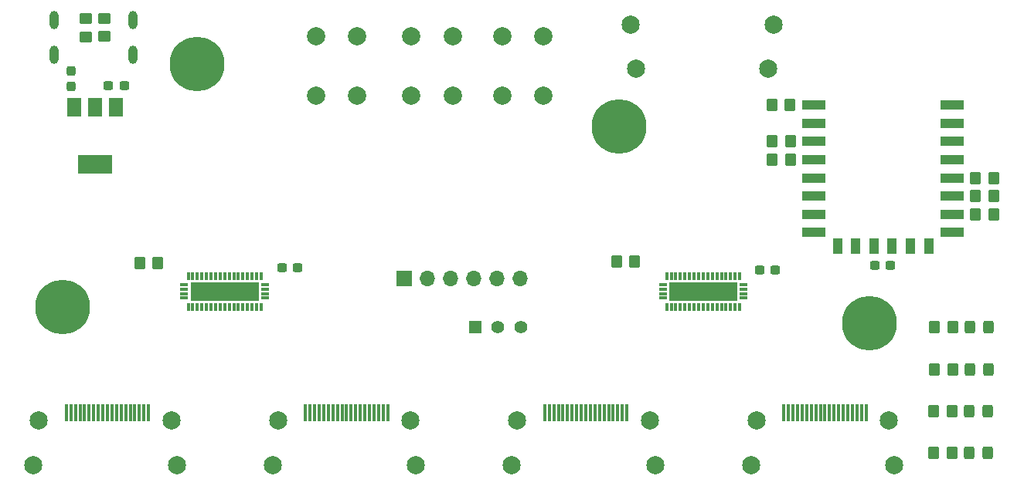
<source format=gbr>
%TF.GenerationSoftware,KiCad,Pcbnew,(6.0.6)*%
%TF.CreationDate,2022-07-25T23:31:34-07:00*%
%TF.ProjectId,HDMI-MUX,48444d49-2d4d-4555-982e-6b696361645f,rev?*%
%TF.SameCoordinates,Original*%
%TF.FileFunction,Soldermask,Top*%
%TF.FilePolarity,Negative*%
%FSLAX46Y46*%
G04 Gerber Fmt 4.6, Leading zero omitted, Abs format (unit mm)*
G04 Created by KiCad (PCBNEW (6.0.6)) date 2022-07-25 23:31:34*
%MOMM*%
%LPD*%
G01*
G04 APERTURE LIST*
G04 Aperture macros list*
%AMRoundRect*
0 Rectangle with rounded corners*
0 $1 Rounding radius*
0 $2 $3 $4 $5 $6 $7 $8 $9 X,Y pos of 4 corners*
0 Add a 4 corners polygon primitive as box body*
4,1,4,$2,$3,$4,$5,$6,$7,$8,$9,$2,$3,0*
0 Add four circle primitives for the rounded corners*
1,1,$1+$1,$2,$3*
1,1,$1+$1,$4,$5*
1,1,$1+$1,$6,$7*
1,1,$1+$1,$8,$9*
0 Add four rect primitives between the rounded corners*
20,1,$1+$1,$2,$3,$4,$5,0*
20,1,$1+$1,$4,$5,$6,$7,0*
20,1,$1+$1,$6,$7,$8,$9,0*
20,1,$1+$1,$8,$9,$2,$3,0*%
G04 Aperture macros list end*
%ADD10R,0.300000X1.900000*%
%ADD11C,1.995000*%
%ADD12RoundRect,0.250000X-0.350000X-0.450000X0.350000X-0.450000X0.350000X0.450000X-0.350000X0.450000X0*%
%ADD13RoundRect,0.237500X0.237500X-0.300000X0.237500X0.300000X-0.237500X0.300000X-0.237500X-0.300000X0*%
%ADD14RoundRect,0.250000X0.350000X0.450000X-0.350000X0.450000X-0.350000X-0.450000X0.350000X-0.450000X0*%
%ADD15RoundRect,0.250000X-0.450000X0.350000X-0.450000X-0.350000X0.450000X-0.350000X0.450000X0.350000X0*%
%ADD16RoundRect,0.237500X0.300000X0.237500X-0.300000X0.237500X-0.300000X-0.237500X0.300000X-0.237500X0*%
%ADD17RoundRect,0.250000X0.325000X0.450000X-0.325000X0.450000X-0.325000X-0.450000X0.325000X-0.450000X0*%
%ADD18C,6.000000*%
%ADD19R,1.700000X1.700000*%
%ADD20O,1.700000X1.700000*%
%ADD21C,2.000000*%
%ADD22RoundRect,0.008100X-0.126900X0.421900X-0.126900X-0.421900X0.126900X-0.421900X0.126900X0.421900X0*%
%ADD23RoundRect,0.008100X-0.421900X-0.126900X0.421900X-0.126900X0.421900X0.126900X-0.421900X0.126900X0*%
%ADD24R,7.550000X2.050000*%
%ADD25C,0.400000*%
%ADD26RoundRect,0.237500X-0.300000X-0.237500X0.300000X-0.237500X0.300000X0.237500X-0.300000X0.237500X0*%
%ADD27R,2.500000X1.000000*%
%ADD28R,1.000000X1.800000*%
%ADD29R,1.408000X1.408000*%
%ADD30C,1.408000*%
%ADD31R,1.500000X2.000000*%
%ADD32R,3.800000X2.000000*%
%ADD33O,1.000000X2.000000*%
G04 APERTURE END LIST*
D10*
%TO.C,J6*%
X57175250Y-62355000D03*
X56675250Y-62355000D03*
X56175250Y-62355000D03*
X55675250Y-62355000D03*
X55175250Y-62355000D03*
X54675250Y-62355000D03*
X54175250Y-62355000D03*
X53675250Y-62355000D03*
X53175250Y-62355000D03*
X52675250Y-62355000D03*
X52175250Y-62355000D03*
X51675250Y-62355000D03*
X51175250Y-62355000D03*
X50675250Y-62355000D03*
X50175250Y-62355000D03*
X49675250Y-62355000D03*
X49175250Y-62355000D03*
X48675250Y-62355000D03*
X48175250Y-62355000D03*
D11*
X59675250Y-63255000D03*
X45175250Y-63255000D03*
X44575250Y-68155000D03*
X60275250Y-68155000D03*
%TD*%
D12*
%TO.C,R12*%
X121596250Y-40630000D03*
X123596250Y-40630000D03*
%TD*%
D10*
%TO.C,J7*%
X30975250Y-62355000D03*
X30475250Y-62355000D03*
X29975250Y-62355000D03*
X29475250Y-62355000D03*
X28975250Y-62355000D03*
X28475250Y-62355000D03*
X27975250Y-62355000D03*
X27475250Y-62355000D03*
X26975250Y-62355000D03*
X26475250Y-62355000D03*
X25975250Y-62355000D03*
X25475250Y-62355000D03*
X24975250Y-62355000D03*
X24475250Y-62355000D03*
X23975250Y-62355000D03*
X23475250Y-62355000D03*
X22975250Y-62355000D03*
X22475250Y-62355000D03*
X21975250Y-62355000D03*
D11*
X33475250Y-63255000D03*
X18975250Y-63255000D03*
X18375250Y-68155000D03*
X34075250Y-68155000D03*
%TD*%
D13*
%TO.C,C2*%
X22456000Y-26566500D03*
X22456000Y-24841500D03*
%TD*%
D14*
%TO.C,R9*%
X123596250Y-36610000D03*
X121596250Y-36610000D03*
%TD*%
D15*
%TO.C,R2*%
X26126000Y-19104000D03*
X26126000Y-21104000D03*
%TD*%
D16*
%TO.C,C4*%
X99622500Y-46680000D03*
X97897500Y-46680000D03*
%TD*%
D14*
%TO.C,R11*%
X123596250Y-38610000D03*
X121596250Y-38610000D03*
%TD*%
D17*
%TO.C,D1*%
X122896250Y-66800000D03*
X120846250Y-66800000D03*
%TD*%
D14*
%TO.C,R5*%
X118991250Y-66800000D03*
X116991250Y-66800000D03*
%TD*%
D17*
%TO.C,D3*%
X122996250Y-57600000D03*
X120946250Y-57600000D03*
%TD*%
D15*
%TO.C,R1*%
X24136000Y-19114000D03*
X24136000Y-21114000D03*
%TD*%
D18*
%TO.C,REF\u002A\u002A*%
X109982000Y-52578000D03*
%TD*%
D16*
%TO.C,C1*%
X112272500Y-46200000D03*
X110547500Y-46200000D03*
%TD*%
D14*
%TO.C,R13*%
X84260000Y-45810000D03*
X82260000Y-45810000D03*
%TD*%
D19*
%TO.C,J1*%
X58950000Y-47690000D03*
D20*
X61490000Y-47690000D03*
X64030000Y-47690000D03*
X66570000Y-47690000D03*
X69110000Y-47690000D03*
X71650000Y-47690000D03*
%TD*%
D21*
%TO.C,SW1*%
X69753750Y-21100000D03*
X69753750Y-27600000D03*
X74253750Y-21100000D03*
X74253750Y-27600000D03*
%TD*%
D10*
%TO.C,J4*%
X109584500Y-62357500D03*
X109084500Y-62357500D03*
X108584500Y-62357500D03*
X108084500Y-62357500D03*
X107584500Y-62357500D03*
X107084500Y-62357500D03*
X106584500Y-62357500D03*
X106084500Y-62357500D03*
X105584500Y-62357500D03*
X105084500Y-62357500D03*
X104584500Y-62357500D03*
X104084500Y-62357500D03*
X103584500Y-62357500D03*
X103084500Y-62357500D03*
X102584500Y-62357500D03*
X102084500Y-62357500D03*
X101584500Y-62357500D03*
X101084500Y-62357500D03*
X100584500Y-62357500D03*
D11*
X112084500Y-63257500D03*
X97584500Y-63257500D03*
X96984500Y-68157500D03*
X112684500Y-68157500D03*
%TD*%
D18*
%TO.C,REF\u002A\u002A*%
X82550000Y-30988000D03*
%TD*%
D17*
%TO.C,D4*%
X123006250Y-53000000D03*
X120956250Y-53000000D03*
%TD*%
D22*
%TO.C,U4*%
X43324500Y-47372500D03*
X42824500Y-47372500D03*
X42324500Y-47372500D03*
X41824500Y-47372500D03*
X41324500Y-47372500D03*
X40824500Y-47372500D03*
X40324500Y-47372500D03*
X39824500Y-47372500D03*
X39324500Y-47372500D03*
X38824500Y-47372500D03*
X38324500Y-47372500D03*
X37824500Y-47372500D03*
X37324500Y-47372500D03*
X36824500Y-47372500D03*
X36324500Y-47372500D03*
X35824500Y-47372500D03*
X35324500Y-47372500D03*
D23*
X34889500Y-48307500D03*
X34889500Y-48807500D03*
X34889500Y-49307500D03*
X34889500Y-49807500D03*
D22*
X35324500Y-50742500D03*
X35824500Y-50742500D03*
X36324500Y-50742500D03*
X36824500Y-50742500D03*
X37324500Y-50742500D03*
X37824500Y-50742500D03*
X38324500Y-50742500D03*
X38824500Y-50742500D03*
X39324500Y-50742500D03*
X39824500Y-50742500D03*
X40324500Y-50742500D03*
X40824500Y-50742500D03*
X41324500Y-50742500D03*
X41824500Y-50742500D03*
X42324500Y-50742500D03*
X42824500Y-50742500D03*
X43324500Y-50742500D03*
D23*
X43759500Y-49807500D03*
X43759500Y-49307500D03*
X43759500Y-48807500D03*
X43759500Y-48307500D03*
D24*
X39324500Y-49057500D03*
D25*
X42849500Y-49057500D03*
X41664500Y-48282500D03*
X41664500Y-49057500D03*
X41664500Y-49832500D03*
X40494500Y-48282500D03*
X40494500Y-49057500D03*
X40494500Y-49832500D03*
X39324500Y-48282500D03*
X39324500Y-49057500D03*
X39324500Y-49832500D03*
X38154500Y-48282500D03*
X38154500Y-49057500D03*
X38154500Y-49832500D03*
X36984500Y-48282500D03*
X36984500Y-49057500D03*
X36984500Y-49832500D03*
X35799500Y-49057500D03*
%TD*%
D10*
%TO.C,J5*%
X83384500Y-62357500D03*
X82884500Y-62357500D03*
X82384500Y-62357500D03*
X81884500Y-62357500D03*
X81384500Y-62357500D03*
X80884500Y-62357500D03*
X80384500Y-62357500D03*
X79884500Y-62357500D03*
X79384500Y-62357500D03*
X78884500Y-62357500D03*
X78384500Y-62357500D03*
X77884500Y-62357500D03*
X77384500Y-62357500D03*
X76884500Y-62357500D03*
X76384500Y-62357500D03*
X75884500Y-62357500D03*
X75384500Y-62357500D03*
X74884500Y-62357500D03*
X74384500Y-62357500D03*
D11*
X85884500Y-63257500D03*
X71384500Y-63257500D03*
X70784500Y-68157500D03*
X86484500Y-68157500D03*
%TD*%
D21*
%TO.C,SW2*%
X49323750Y-27550000D03*
X49323750Y-21050000D03*
X53823750Y-21050000D03*
X53823750Y-27550000D03*
%TD*%
D14*
%TO.C,R8*%
X119091250Y-53000000D03*
X117091250Y-53000000D03*
%TD*%
%TO.C,R14*%
X31990000Y-45920000D03*
X29990000Y-45920000D03*
%TD*%
D17*
%TO.C,D2*%
X122893750Y-62200000D03*
X120843750Y-62200000D03*
%TD*%
D14*
%TO.C,R7*%
X119091250Y-57600000D03*
X117091250Y-57600000D03*
%TD*%
D12*
%TO.C,R3*%
X99296250Y-32610000D03*
X101296250Y-32610000D03*
%TD*%
D26*
%TO.C,C3*%
X26593500Y-26514000D03*
X28318500Y-26514000D03*
%TD*%
D22*
%TO.C,U3*%
X95743750Y-47375000D03*
X95243750Y-47375000D03*
X94743750Y-47375000D03*
X94243750Y-47375000D03*
X93743750Y-47375000D03*
X93243750Y-47375000D03*
X92743750Y-47375000D03*
X92243750Y-47375000D03*
X91743750Y-47375000D03*
X91243750Y-47375000D03*
X90743750Y-47375000D03*
X90243750Y-47375000D03*
X89743750Y-47375000D03*
X89243750Y-47375000D03*
X88743750Y-47375000D03*
X88243750Y-47375000D03*
X87743750Y-47375000D03*
D23*
X87308750Y-48310000D03*
X87308750Y-48810000D03*
X87308750Y-49310000D03*
X87308750Y-49810000D03*
D22*
X87743750Y-50745000D03*
X88243750Y-50745000D03*
X88743750Y-50745000D03*
X89243750Y-50745000D03*
X89743750Y-50745000D03*
X90243750Y-50745000D03*
X90743750Y-50745000D03*
X91243750Y-50745000D03*
X91743750Y-50745000D03*
X92243750Y-50745000D03*
X92743750Y-50745000D03*
X93243750Y-50745000D03*
X93743750Y-50745000D03*
X94243750Y-50745000D03*
X94743750Y-50745000D03*
X95243750Y-50745000D03*
X95743750Y-50745000D03*
D23*
X96178750Y-49810000D03*
X96178750Y-49310000D03*
X96178750Y-48810000D03*
X96178750Y-48310000D03*
D24*
X91743750Y-49060000D03*
D25*
X95268750Y-49060000D03*
X94083750Y-48285000D03*
X94083750Y-49060000D03*
X94083750Y-49835000D03*
X92913750Y-48285000D03*
X92913750Y-49060000D03*
X92913750Y-49835000D03*
X91743750Y-48285000D03*
X91743750Y-49060000D03*
X91743750Y-49835000D03*
X90573750Y-48285000D03*
X90573750Y-49060000D03*
X90573750Y-49835000D03*
X89403750Y-48285000D03*
X89403750Y-49060000D03*
X89403750Y-49835000D03*
X88218750Y-49060000D03*
%TD*%
D14*
%TO.C,R10*%
X101296250Y-34610000D03*
X99296250Y-34610000D03*
%TD*%
D12*
%TO.C,R4*%
X99276250Y-28610000D03*
X101276250Y-28610000D03*
%TD*%
D18*
%TO.C,REF\u002A\u002A*%
X21590000Y-50800000D03*
%TD*%
D27*
%TO.C,U1*%
X103846250Y-28610000D03*
X103846250Y-30610000D03*
X103846250Y-32610000D03*
X103846250Y-34610000D03*
X103846250Y-36610000D03*
X103846250Y-38610000D03*
X103846250Y-40610000D03*
X103846250Y-42610000D03*
D28*
X106446250Y-44110000D03*
X108446250Y-44110000D03*
X110446250Y-44110000D03*
X112446250Y-44110000D03*
X114446250Y-44110000D03*
X116446250Y-44110000D03*
D27*
X119046250Y-42610000D03*
X119046250Y-40610000D03*
X119046250Y-38610000D03*
X119046250Y-36610000D03*
X119046250Y-34610000D03*
X119046250Y-32610000D03*
X119046250Y-30610000D03*
X119046250Y-28610000D03*
%TD*%
D16*
%TO.C,C5*%
X47332500Y-46440000D03*
X45607500Y-46440000D03*
%TD*%
D29*
%TO.C,SW4*%
X66771500Y-53000000D03*
D30*
X69271500Y-53000000D03*
X71771500Y-53000000D03*
%TD*%
D14*
%TO.C,R6*%
X118991250Y-62200000D03*
X116991250Y-62200000D03*
%TD*%
D31*
%TO.C,U2*%
X27446000Y-28854000D03*
X25146000Y-28854000D03*
D32*
X25146000Y-35154000D03*
D31*
X22846000Y-28854000D03*
%TD*%
D21*
%TO.C,SW3*%
X64283750Y-21050000D03*
X64283750Y-27550000D03*
X59783750Y-21050000D03*
X59783750Y-27550000D03*
%TD*%
D18*
%TO.C,REF\u002A\u002A*%
X36322000Y-24130000D03*
%TD*%
D33*
%TO.C,J2*%
X20656000Y-23104000D03*
X29296000Y-23104000D03*
X20656000Y-19304000D03*
X29296000Y-19304000D03*
%TD*%
D11*
%TO.C,J3*%
X98874500Y-24662500D03*
X84374500Y-24662500D03*
X83774500Y-19762500D03*
X99474500Y-19762500D03*
%TD*%
M02*

</source>
